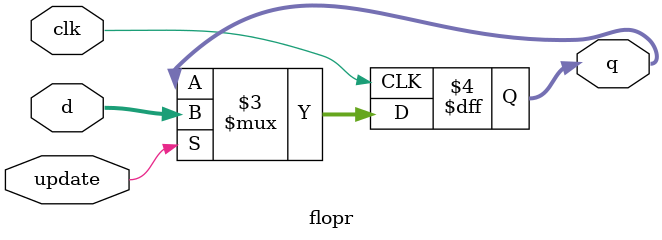
<source format=v>
module flopr(clk, update, d, q);
	parameter width = 32;
	
	input clk;
	input update;
	input [width - 1:0] d;
	output reg [width - 1:0] q;
	
	always@(negedge clk)
		begin
		q <= (update == 1) ? d : q;
		end
endmodule
</source>
